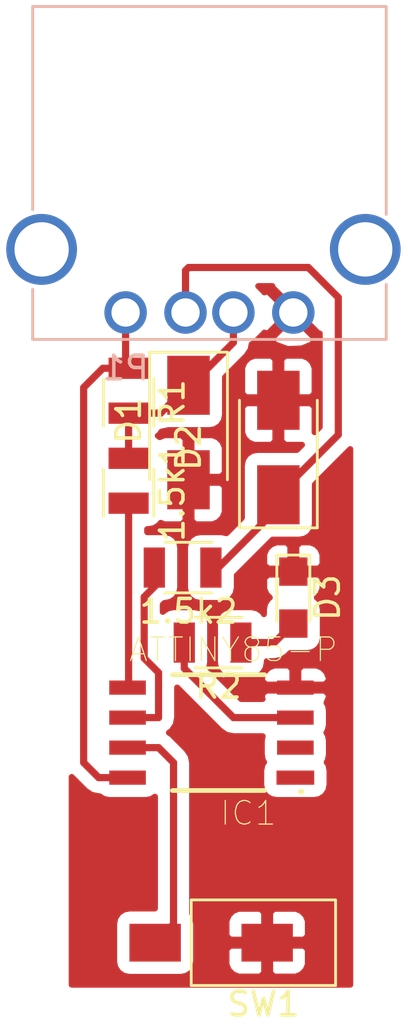
<source format=kicad_pcb>
(kicad_pcb (version 4) (host pcbnew 4.0.5)

  (general
    (links 18)
    (no_connects 1)
    (area 0 0 0 0)
    (thickness 1.6)
    (drawings 0)
    (tracks 48)
    (zones 0)
    (modules 10)
    (nets 13)
  )

  (page A4)
  (layers
    (0 F.Cu signal)
    (31 B.Cu signal)
    (32 B.Adhes user)
    (33 F.Adhes user)
    (34 B.Paste user)
    (35 F.Paste user)
    (36 B.SilkS user)
    (37 F.SilkS user hide)
    (38 B.Mask user)
    (39 F.Mask user)
    (40 Dwgs.User user hide)
    (41 Cmts.User user)
    (42 Eco1.User user)
    (43 Eco2.User user)
    (44 Edge.Cuts user)
    (45 Margin user)
    (46 B.CrtYd user)
    (47 F.CrtYd user)
    (48 B.Fab user)
    (49 F.Fab user)
  )

  (setup
    (last_trace_width 0.3048)
    (user_trace_width 0.3048)
    (user_trace_width 0.4064)
    (user_trace_width 0.508)
    (user_trace_width 0.6096)
    (trace_clearance 0.3556)
    (zone_clearance 0.508)
    (zone_45_only no)
    (trace_min 0.3048)
    (segment_width 0.2)
    (edge_width 0.15)
    (via_size 1.2)
    (via_drill 0.8)
    (via_min_size 1.2)
    (via_min_drill 0.8)
    (uvia_size 5.08)
    (uvia_drill 0.127)
    (uvias_allowed no)
    (uvia_min_size 0.508)
    (uvia_min_drill 0.127)
    (pcb_text_width 0.3)
    (pcb_text_size 1.5 1.5)
    (mod_edge_width 0.15)
    (mod_text_size 1 1)
    (mod_text_width 0.15)
    (pad_size 1.8 1.8)
    (pad_drill 1.2)
    (pad_to_mask_clearance 0.2)
    (aux_axis_origin 0 0)
    (visible_elements FFFFFF7F)
    (pcbplotparams
      (layerselection 0x00030_80000001)
      (usegerberextensions false)
      (excludeedgelayer true)
      (linewidth 0.100000)
      (plotframeref false)
      (viasonmask false)
      (mode 1)
      (useauxorigin false)
      (hpglpennumber 1)
      (hpglpenspeed 20)
      (hpglpendiameter 15)
      (hpglpenoverlay 2)
      (psnegative false)
      (psa4output false)
      (plotreference true)
      (plotvalue true)
      (plotinvisibletext false)
      (padsonsilk false)
      (subtractmaskfromsilk false)
      (outputformat 1)
      (mirror false)
      (drillshape 1)
      (scaleselection 1)
      (outputdirectory ""))
  )

  (net 0 "")
  (net 1 "Net-(1.5k1-Pad2)")
  (net 2 "Net-(1.5k2-Pad2)")
  (net 3 GND)
  (net 4 "Net-(D3-Pad2)")
  (net 5 +5V)
  (net 6 "Net-(P1-Pad5)")
  (net 7 D-)
  (net 8 D+)
  (net 9 B)
  (net 10 "Net-(IC1-Pad1)")
  (net 11 "Net-(IC1-Pad2)")
  (net 12 "Net-(IC1-Pad3)")

  (net_class Default "This is the default net class."
    (clearance 0.3556)
    (trace_width 0.3048)
    (via_dia 1.2)
    (via_drill 0.8)
    (uvia_dia 5.08)
    (uvia_drill 0.127)
    (add_net +5V)
    (add_net B)
    (add_net D+)
    (add_net D-)
    (add_net GND)
    (add_net "Net-(1.5k1-Pad2)")
    (add_net "Net-(1.5k2-Pad2)")
    (add_net "Net-(D3-Pad2)")
    (add_net "Net-(IC1-Pad1)")
    (add_net "Net-(IC1-Pad2)")
    (add_net "Net-(IC1-Pad3)")
    (add_net "Net-(P1-Pad5)")
  )

  (module LEDs:LED_0805 (layer F.Cu) (tedit 58E47659) (tstamp 58E28C9E)
    (at 106.045 64.77 270)
    (descr "LED 0805 smd package")
    (tags "LED led 0805 SMD smd SMT smt smdled SMDLED smtled SMTLED")
    (path /58EA4021)
    (attr smd)
    (fp_text reference D3 (at 0 -1.45 450) (layer F.SilkS)
      (effects (font (size 1 1) (thickness 0.15)))
    )
    (fp_text value LED (at 0 1.55 270) (layer F.Fab)
      (effects (font (size 1 1) (thickness 0.15)))
    )
    (fp_line (start -1.8 -0.7) (end -1.8 0.7) (layer F.SilkS) (width 0.12))
    (fp_line (start -0.4 -0.4) (end -0.4 0.4) (layer F.Fab) (width 0.1))
    (fp_line (start -0.4 0) (end 0.2 -0.4) (layer F.Fab) (width 0.1))
    (fp_line (start 0.2 0.4) (end -0.4 0) (layer F.Fab) (width 0.1))
    (fp_line (start 0.2 -0.4) (end 0.2 0.4) (layer F.Fab) (width 0.1))
    (fp_line (start 1 0.6) (end -1 0.6) (layer F.Fab) (width 0.1))
    (fp_line (start 1 -0.6) (end 1 0.6) (layer F.Fab) (width 0.1))
    (fp_line (start -1 -0.6) (end 1 -0.6) (layer F.Fab) (width 0.1))
    (fp_line (start -1 0.6) (end -1 -0.6) (layer F.Fab) (width 0.1))
    (fp_line (start -1.8 0.7) (end 1 0.7) (layer F.SilkS) (width 0.12))
    (fp_line (start -1.8 -0.7) (end 1 -0.7) (layer F.SilkS) (width 0.12))
    (fp_line (start 1.95 -0.85) (end 1.95 0.85) (layer F.CrtYd) (width 0.05))
    (fp_line (start 1.95 0.85) (end -1.95 0.85) (layer F.CrtYd) (width 0.05))
    (fp_line (start -1.95 0.85) (end -1.95 -0.85) (layer F.CrtYd) (width 0.05))
    (fp_line (start -1.95 -0.85) (end 1.95 -0.85) (layer F.CrtYd) (width 0.05))
    (pad 2 smd rect (at 1.1 0 90) (size 1.2 1.2) (layers F.Cu F.Paste F.Mask)
      (net 4 "Net-(D3-Pad2)"))
    (pad 1 smd rect (at -1.1 0 90) (size 1.2 1.2) (layers F.Cu F.Paste F.Mask)
      (net 3 GND))
    (model LEDs.3dshapes/LED_0805.wrl
      (at (xyz 0 0 0))
      (scale (xyz 1 1 1))
      (rotate (xyz 0 0 180))
    )
  )

  (module Connect:USB_A (layer B.Cu) (tedit 58EFF794) (tstamp 58E28C8B)
    (at 98.933 52.705)
    (descr "USB A connector")
    (tags "USB USB_A")
    (path /58EA41E9)
    (fp_text reference P1 (at 0 2.35) (layer B.SilkS)
      (effects (font (size 1 1) (thickness 0.15)) (justify mirror))
    )
    (fp_text value USB_A (at 3.84 -7.44) (layer B.Fab)
      (effects (font (size 1 1) (thickness 0.15)) (justify mirror))
    )
    (fp_line (start -5.3 -13.2) (end -5.3 1.4) (layer B.CrtYd) (width 0.05))
    (fp_line (start 11.95 1.4) (end 11.95 -13.2) (layer B.CrtYd) (width 0.05))
    (fp_line (start -5.3 -13.2) (end 11.95 -13.2) (layer B.CrtYd) (width 0.05))
    (fp_line (start -5.3 1.4) (end 11.95 1.4) (layer B.CrtYd) (width 0.05))
    (fp_line (start 11.05 1.14) (end 11.05 -1.19) (layer B.SilkS) (width 0.12))
    (fp_line (start -3.94 1.14) (end -3.94 -0.98) (layer B.SilkS) (width 0.12))
    (fp_line (start 11.05 1.14) (end -3.94 1.14) (layer B.SilkS) (width 0.12))
    (fp_line (start 11.05 -12.95) (end -3.94 -12.95) (layer B.SilkS) (width 0.12))
    (fp_line (start 11.05 -4.15) (end 11.05 -12.95) (layer B.SilkS) (width 0.12))
    (fp_line (start -3.94 -4.35) (end -3.94 -12.95) (layer B.SilkS) (width 0.12))
    (pad 4 thru_hole circle (at 7.11 0 90) (size 1.8 1.8) (drill 1.2) (layers *.Cu *.Mask)
      (net 3 GND))
    (pad 3 thru_hole circle (at 4.57 0 90) (size 1.8 1.8) (drill 1.2) (layers *.Cu *.Mask)
      (net 7 D-))
    (pad 2 thru_hole circle (at 2.54 0 90) (size 1.8 1.8) (drill 1.2) (layers *.Cu *.Mask)
      (net 8 D+))
    (pad 1 thru_hole circle (at 0 0 90) (size 1.8 1.8) (drill 1.2) (layers *.Cu *.Mask)
      (net 5 +5V))
    (pad 5 thru_hole circle (at 10.16 -2.67 90) (size 3 3) (drill 2.3) (layers *.Cu *.Mask)
      (net 6 "Net-(P1-Pad5)"))
    (pad 5 thru_hole circle (at -3.56 -2.67 90) (size 3 3) (drill 2.3) (layers *.Cu *.Mask)
      (net 6 "Net-(P1-Pad5)"))
    (model Connectors.3dshapes/USB_A.wrl
      (at (xyz 0.14 0 0))
      (scale (xyz 1 1 1))
      (rotate (xyz 0 0 90))
    )
  )

  (module Buttons_Switches_SMD:SW_SPST_FSMSM (layer F.Cu) (tedit 58E57EFF) (tstamp 58E28C71)
    (at 104.775 79.375 180)
    (descr http://www.te.com/commerce/DocumentDelivery/DDEController?Action=srchrtrv&DocNm=1437566-3&DocType=Customer+Drawing&DocLang=English)
    (tags "SPST button tactile switch")
    (path /58D81312)
    (attr smd)
    (fp_text reference SW1 (at 0 -2.6 180) (layer F.SilkS)
      (effects (font (size 1 1) (thickness 0.15)))
    )
    (fp_text value SW_PUSH (at 0 3 180) (layer F.Fab)
      (effects (font (size 1 1) (thickness 0.15)))
    )
    (fp_text user %R (at 0 -2.6 180) (layer F.Fab)
      (effects (font (size 1 1) (thickness 0.15)))
    )
    (fp_line (start -1.75 -1) (end 1.75 -1) (layer F.Fab) (width 0.1))
    (fp_line (start 1.75 -1) (end 1.75 1) (layer F.Fab) (width 0.1))
    (fp_line (start 1.75 1) (end -1.75 1) (layer F.Fab) (width 0.1))
    (fp_line (start -1.75 1) (end -1.75 -1) (layer F.Fab) (width 0.1))
    (fp_line (start -3.06 -1.81) (end 3.06 -1.81) (layer F.SilkS) (width 0.12))
    (fp_line (start 3.06 -1.81) (end 3.06 1.81) (layer F.SilkS) (width 0.12))
    (fp_line (start 3.06 1.81) (end -3.06 1.81) (layer F.SilkS) (width 0.12))
    (fp_line (start -3.06 1.81) (end -3.06 -1.81) (layer F.SilkS) (width 0.12))
    (fp_line (start -1.5 0.8) (end 1.5 0.8) (layer F.Fab) (width 0.1))
    (fp_line (start -1.5 -0.8) (end 1.5 -0.8) (layer F.Fab) (width 0.1))
    (fp_line (start 1.5 -0.8) (end 1.5 0.8) (layer F.Fab) (width 0.1))
    (fp_line (start -1.5 -0.8) (end -1.5 0.8) (layer F.Fab) (width 0.1))
    (fp_line (start -5.95 2) (end 5.95 2) (layer F.CrtYd) (width 0.05))
    (fp_line (start 5.95 -2) (end 5.95 2) (layer F.CrtYd) (width 0.05))
    (fp_line (start -3 1.75) (end 3 1.75) (layer F.Fab) (width 0.1))
    (fp_line (start -3 -1.75) (end 3 -1.75) (layer F.Fab) (width 0.1))
    (fp_line (start -3 -1.75) (end -3 1.75) (layer F.Fab) (width 0.1))
    (fp_line (start 3 -1.75) (end 3 1.75) (layer F.Fab) (width 0.1))
    (fp_line (start -5.95 -2) (end -5.95 2) (layer F.CrtYd) (width 0.05))
    (fp_line (start -5.95 -2) (end 5.95 -2) (layer F.CrtYd) (width 0.05))
    (pad 1 smd rect (at -0.16 0 180) (size 2.18 1.6) (layers F.Cu F.Paste F.Mask)
      (net 3 GND))
    (pad 2 smd rect (at 4.59 0 180) (size 2.18 1.6) (layers F.Cu F.Paste F.Mask)
      (net 9 B))
    (model Buttons_Switches_SMD.3dshapes/SW_SPST_FSMSM.wrl
      (at (xyz 0 0 0))
      (scale (xyz 1 1 1))
      (rotate (xyz 0 0 0))
    )
  )

  (module Resistors_SMD:R_1206 (layer F.Cu) (tedit 58E58118) (tstamp 58E28C61)
    (at 99.06 60.325 270)
    (descr "Resistor SMD 1206, reflow soldering, Vishay (see dcrcw.pdf)")
    (tags "resistor 1206")
    (path /58D80594)
    (attr smd)
    (fp_text reference 1.5k1 (at 0 -1.85 270) (layer F.SilkS)
      (effects (font (size 1 1) (thickness 0.15)))
    )
    (fp_text value R (at 0 1.95 270) (layer F.Fab)
      (effects (font (size 1 1) (thickness 0.15)))
    )
    (fp_text user %R (at 0 -1.85 270) (layer F.Fab)
      (effects (font (size 1 1) (thickness 0.15)))
    )
    (fp_line (start -1.6 0.8) (end -1.6 -0.8) (layer F.Fab) (width 0.1))
    (fp_line (start 1.6 0.8) (end -1.6 0.8) (layer F.Fab) (width 0.1))
    (fp_line (start 1.6 -0.8) (end 1.6 0.8) (layer F.Fab) (width 0.1))
    (fp_line (start -1.6 -0.8) (end 1.6 -0.8) (layer F.Fab) (width 0.1))
    (fp_line (start 1 1.07) (end -1 1.07) (layer F.SilkS) (width 0.12))
    (fp_line (start -1 -1.07) (end 1 -1.07) (layer F.SilkS) (width 0.12))
    (fp_line (start -2.15 -1.11) (end 2.15 -1.11) (layer F.CrtYd) (width 0.05))
    (fp_line (start -2.15 -1.11) (end -2.15 1.1) (layer F.CrtYd) (width 0.05))
    (fp_line (start 2.15 1.1) (end 2.15 -1.11) (layer F.CrtYd) (width 0.05))
    (fp_line (start 2.15 1.1) (end -2.15 1.1) (layer F.CrtYd) (width 0.05))
    (pad 1 smd rect (at -1.45 0 270) (size 0.9 1.7) (layers F.Cu F.Paste F.Mask)
      (net 7 D-))
    (pad 2 smd rect (at 0.45 0 270) (size 0.9 1.7) (layers F.Cu F.Paste F.Mask)
      (net 1 "Net-(1.5k1-Pad2)"))
    (model Resistors_SMD.3dshapes/R_1206.wrl
      (at (xyz 0 0 0))
      (scale (xyz 1 1 1))
      (rotate (xyz 0 0 0))
    )
  )

  (module Resistors_SMD:R_1206 (layer F.Cu) (tedit 58E58204) (tstamp 58E28C51)
    (at 101.6 63.5 180)
    (descr "Resistor SMD 1206, reflow soldering, Vishay (see dcrcw.pdf)")
    (tags "resistor 1206")
    (path /58D821C9)
    (attr smd)
    (fp_text reference 1.5k2 (at 0 -1.85 180) (layer F.SilkS)
      (effects (font (size 1 1) (thickness 0.15)))
    )
    (fp_text value R (at 0 1.95 180) (layer F.Fab)
      (effects (font (size 1 1) (thickness 0.15)))
    )
    (fp_text user %R (at 0 -1.85 180) (layer F.Fab)
      (effects (font (size 1 1) (thickness 0.15)))
    )
    (fp_line (start -1.6 0.8) (end -1.6 -0.8) (layer F.Fab) (width 0.1))
    (fp_line (start 1.6 0.8) (end -1.6 0.8) (layer F.Fab) (width 0.1))
    (fp_line (start 1.6 -0.8) (end 1.6 0.8) (layer F.Fab) (width 0.1))
    (fp_line (start -1.6 -0.8) (end 1.6 -0.8) (layer F.Fab) (width 0.1))
    (fp_line (start 1 1.07) (end -1 1.07) (layer F.SilkS) (width 0.12))
    (fp_line (start -1 -1.07) (end 1 -1.07) (layer F.SilkS) (width 0.12))
    (fp_line (start -2.15 -1.11) (end 2.15 -1.11) (layer F.CrtYd) (width 0.05))
    (fp_line (start -2.15 -1.11) (end -2.15 1.1) (layer F.CrtYd) (width 0.05))
    (fp_line (start 2.15 1.1) (end 2.15 -1.11) (layer F.CrtYd) (width 0.05))
    (fp_line (start 2.15 1.1) (end -2.15 1.1) (layer F.CrtYd) (width 0.05))
    (pad 1 smd rect (at -0.95 0 180) (size 0.9 1.7) (layers F.Cu F.Paste F.Mask)
      (net 8 D+))
    (pad 2 smd rect (at 1.45 0 180) (size 0.9 1.7) (layers F.Cu F.Paste F.Mask)
      (net 2 "Net-(1.5k2-Pad2)"))
    (model Resistors_SMD.3dshapes/R_1206.wrl
      (at (xyz 0 0 0))
      (scale (xyz 1 1 1))
      (rotate (xyz 0 0 0))
    )
  )

  (module Diodes_SMD:D_SMA_Standard (layer F.Cu) (tedit 58E57B53) (tstamp 58E28C3B)
    (at 101.6 57.785 270)
    (descr "Diode SMA")
    (tags "Diode SMA")
    (path /58D80332)
    (attr smd)
    (fp_text reference D1 (at -0.508 2.54 270) (layer F.SilkS)
      (effects (font (size 1 1) (thickness 0.15)))
    )
    (fp_text value D (at 0 4.3 270) (layer F.Fab)
      (effects (font (size 1 1) (thickness 0.15)))
    )
    (fp_line (start -3.4 -1.65) (end -3.4 1.65) (layer F.SilkS) (width 0.12))
    (fp_line (start 2.3 1.5) (end -2.3 1.5) (layer F.Fab) (width 0.1))
    (fp_line (start -2.3 1.5) (end -2.3 -1.5) (layer F.Fab) (width 0.1))
    (fp_line (start 2.3 -1.5) (end 2.3 1.5) (layer F.Fab) (width 0.1))
    (fp_line (start 2.3 -1.5) (end -2.3 -1.5) (layer F.Fab) (width 0.1))
    (fp_line (start -3.5 -1.75) (end 3.5 -1.75) (layer F.CrtYd) (width 0.05))
    (fp_line (start 3.5 -1.75) (end 3.5 1.75) (layer F.CrtYd) (width 0.05))
    (fp_line (start 3.5 1.75) (end -3.5 1.75) (layer F.CrtYd) (width 0.05))
    (fp_line (start -3.5 1.75) (end -3.5 -1.75) (layer F.CrtYd) (width 0.05))
    (fp_line (start -0.64944 0.00102) (end -1.55114 0.00102) (layer F.Fab) (width 0.1))
    (fp_line (start 0.50118 0.00102) (end 1.4994 0.00102) (layer F.Fab) (width 0.1))
    (fp_line (start -0.64944 -0.79908) (end -0.64944 0.80112) (layer F.Fab) (width 0.1))
    (fp_line (start 0.50118 0.75032) (end 0.50118 -0.79908) (layer F.Fab) (width 0.1))
    (fp_line (start -0.64944 0.00102) (end 0.50118 0.75032) (layer F.Fab) (width 0.1))
    (fp_line (start -0.64944 0.00102) (end 0.50118 -0.79908) (layer F.Fab) (width 0.1))
    (fp_line (start -3.4 1.65) (end 2 1.65) (layer F.SilkS) (width 0.12))
    (fp_line (start -3.4 -1.65) (end 2 -1.65) (layer F.SilkS) (width 0.12))
    (pad 1 smd rect (at -2 0 270) (size 2.5 1.8) (layers F.Cu F.Paste F.Mask)
      (net 7 D-))
    (pad 2 smd rect (at 2 0 270) (size 2.5 1.8) (layers F.Cu F.Paste F.Mask)
      (net 3 GND))
    (model Diodes_SMD.3dshapes/D_SMA_Standard.wrl
      (at (xyz 0 0 0))
      (scale (xyz 1 1 1))
      (rotate (xyz 0 0 0))
    )
  )

  (module Diodes_SMD:D_SMA_Standard (layer F.Cu) (tedit 586432E5) (tstamp 58E28C25)
    (at 105.41 58.42 90)
    (descr "Diode SMA")
    (tags "Diode SMA")
    (path /58D81ACC)
    (attr smd)
    (fp_text reference D2 (at 0 -3.81 90) (layer F.SilkS)
      (effects (font (size 1 1) (thickness 0.15)))
    )
    (fp_text value D (at 0 4.3 90) (layer F.Fab)
      (effects (font (size 1 1) (thickness 0.15)))
    )
    (fp_line (start -3.4 -1.65) (end -3.4 1.65) (layer F.SilkS) (width 0.12))
    (fp_line (start 2.3 1.5) (end -2.3 1.5) (layer F.Fab) (width 0.1))
    (fp_line (start -2.3 1.5) (end -2.3 -1.5) (layer F.Fab) (width 0.1))
    (fp_line (start 2.3 -1.5) (end 2.3 1.5) (layer F.Fab) (width 0.1))
    (fp_line (start 2.3 -1.5) (end -2.3 -1.5) (layer F.Fab) (width 0.1))
    (fp_line (start -3.5 -1.75) (end 3.5 -1.75) (layer F.CrtYd) (width 0.05))
    (fp_line (start 3.5 -1.75) (end 3.5 1.75) (layer F.CrtYd) (width 0.05))
    (fp_line (start 3.5 1.75) (end -3.5 1.75) (layer F.CrtYd) (width 0.05))
    (fp_line (start -3.5 1.75) (end -3.5 -1.75) (layer F.CrtYd) (width 0.05))
    (fp_line (start -0.64944 0.00102) (end -1.55114 0.00102) (layer F.Fab) (width 0.1))
    (fp_line (start 0.50118 0.00102) (end 1.4994 0.00102) (layer F.Fab) (width 0.1))
    (fp_line (start -0.64944 -0.79908) (end -0.64944 0.80112) (layer F.Fab) (width 0.1))
    (fp_line (start 0.50118 0.75032) (end 0.50118 -0.79908) (layer F.Fab) (width 0.1))
    (fp_line (start -0.64944 0.00102) (end 0.50118 0.75032) (layer F.Fab) (width 0.1))
    (fp_line (start -0.64944 0.00102) (end 0.50118 -0.79908) (layer F.Fab) (width 0.1))
    (fp_line (start -3.4 1.65) (end 2 1.65) (layer F.SilkS) (width 0.12))
    (fp_line (start -3.4 -1.65) (end 2 -1.65) (layer F.SilkS) (width 0.12))
    (pad 1 smd rect (at -2 0 90) (size 2.5 1.8) (layers F.Cu F.Paste F.Mask)
      (net 8 D+))
    (pad 2 smd rect (at 2 0 90) (size 2.5 1.8) (layers F.Cu F.Paste F.Mask)
      (net 3 GND))
    (model Diodes_SMD.3dshapes/D_SMA_Standard.wrl
      (at (xyz 0 0 0))
      (scale (xyz 1 1 1))
      (rotate (xyz 0 0 0))
    )
  )

  (module SOIC127P600X175-8N:SOIC127P600X175-8N (layer F.Cu) (tedit 58E57B9E) (tstamp 58E28C08)
    (at 102.87 70.485 180)
    (path /58D8025F)
    (solder_mask_margin 0.1)
    (attr smd)
    (fp_text reference IC1 (at -1.265 -3.41 180) (layer F.SilkS)
      (effects (font (size 1 1) (thickness 0.05)))
    )
    (fp_text value ATTINY85-P (at -0.63 3.51 180) (layer F.SilkS)
      (effects (font (size 1 1) (thickness 0.05)))
    )
    (fp_line (start -1.95 2.45) (end -1.95 -2.45) (layer Dwgs.User) (width 0.2))
    (fp_line (start 1.95 -2.45) (end 1.95 2.45) (layer Dwgs.User) (width 0.2))
    (fp_line (start -1.4 2.45) (end -1.4 -2.45) (layer Dwgs.User) (width 0.2))
    (fp_poly (pts (xy -2 -2.1501) (xy -2 -1.6599) (xy -3.1001 -1.6599) (xy -3.1001 -2.1501)) (layer Dwgs.User) (width 0.381))
    (fp_poly (pts (xy -2 -0.8801) (xy -2 -0.3899) (xy -3.1001 -0.3899) (xy -3.1001 -0.8801)) (layer Dwgs.User) (width 0.381))
    (fp_poly (pts (xy -2 0.3899) (xy -2 0.8801) (xy -3.1001 0.8801) (xy -3.1001 0.3899)) (layer Dwgs.User) (width 0.381))
    (fp_poly (pts (xy -2 1.6599) (xy -2 2.1501) (xy -3.1001 2.1501) (xy -3.1001 1.6599)) (layer Dwgs.User) (width 0.381))
    (fp_poly (pts (xy 3.1001 1.6599) (xy 3.1001 2.1501) (xy 2 2.1501) (xy 2 1.6599)) (layer Dwgs.User) (width 0.381))
    (fp_poly (pts (xy 3.1001 0.3899) (xy 3.1001 0.8801) (xy 2 0.8801) (xy 2 0.3899)) (layer Dwgs.User) (width 0.381))
    (fp_poly (pts (xy 3.1001 -0.8801) (xy 3.1001 -0.3899) (xy 2 -0.3899) (xy 2 -0.8801)) (layer Dwgs.User) (width 0.381))
    (fp_poly (pts (xy 3.1001 -2.1501) (xy 3.1001 -1.6599) (xy 2 -1.6599) (xy 2 -2.1501)) (layer Dwgs.User) (width 0.381))
    (fp_line (start -1.95 -2.45) (end 1.95 -2.45) (layer F.SilkS) (width 0.2))
    (fp_line (start -1.95 2.45) (end 1.95 2.45) (layer F.SilkS) (width 0.2))
    (fp_line (start -3.75 -2.75) (end 3.75 -2.75) (layer Dwgs.User) (width 0.05))
    (fp_line (start 3.75 -2.75) (end 3.75 2.75) (layer Dwgs.User) (width 0.05))
    (fp_line (start 3.75 2.75) (end -3.75 2.75) (layer Dwgs.User) (width 0.05))
    (fp_line (start -3.75 2.75) (end -3.75 -2.75) (layer Dwgs.User) (width 0.05))
    (fp_circle (center -3.5 -2.5) (end -3.373 -2.5) (layer F.SilkS) (width 0))
    (pad 2 smd rect (at -3.26 -0.635 90) (size 0.6 1.55) (layers F.Cu F.Paste F.Mask)
      (net 11 "Net-(IC1-Pad2)") (solder_mask_margin 0.2))
    (pad 7 smd rect (at 3.854 -0.635 90) (size 0.6 1.55) (layers F.Cu F.Paste F.Mask)
      (net 9 B) (solder_mask_margin 0.2))
    (pad 1 smd rect (at -3.26 -1.905 90) (size 0.6 1.6) (layers F.Cu F.Paste F.Mask)
      (net 10 "Net-(IC1-Pad1)") (solder_mask_margin 0.2))
    (pad 3 smd rect (at -3.26 0.635 90) (size 0.6 1.55) (layers F.Cu F.Paste F.Mask)
      (net 12 "Net-(IC1-Pad3)") (solder_mask_margin 0.2))
    (pad 4 smd rect (at -3.26 1.905 90) (size 0.6 1.55) (layers F.Cu F.Paste F.Mask)
      (net 3 GND) (solder_mask_margin 0.2))
    (pad 8 smd rect (at 3.854 -1.905 90) (size 0.6 1.55) (layers F.Cu F.Paste F.Mask)
      (net 5 +5V) (solder_mask_margin 0.2))
    (pad 6 smd rect (at 3.854 0.635 90) (size 0.6 1.55) (layers F.Cu F.Paste F.Mask)
      (net 2 "Net-(1.5k2-Pad2)") (solder_mask_margin 0.2))
    (pad 5 smd rect (at 3.854 1.905 90) (size 0.6 1.55) (layers F.Cu F.Paste F.Mask)
      (net 1 "Net-(1.5k1-Pad2)") (solder_mask_margin 0.2))
  )

  (module Resistors_SMD:R_1206 (layer F.Cu) (tedit 58E58109) (tstamp 58E28BF8)
    (at 99.06 56.515 270)
    (descr "Resistor SMD 1206, reflow soldering, Vishay (see dcrcw.pdf)")
    (tags "resistor 1206")
    (path /58D8152B)
    (attr smd)
    (fp_text reference R1 (at 0 -1.85 270) (layer F.SilkS)
      (effects (font (size 1 1) (thickness 0.15)))
    )
    (fp_text value R (at 0 1.95 270) (layer F.Fab)
      (effects (font (size 1 1) (thickness 0.15)))
    )
    (fp_text user %R (at 0 -1.85 270) (layer F.Fab)
      (effects (font (size 1 1) (thickness 0.15)))
    )
    (fp_line (start -1.6 0.8) (end -1.6 -0.8) (layer F.Fab) (width 0.1))
    (fp_line (start 1.6 0.8) (end -1.6 0.8) (layer F.Fab) (width 0.1))
    (fp_line (start 1.6 -0.8) (end 1.6 0.8) (layer F.Fab) (width 0.1))
    (fp_line (start -1.6 -0.8) (end 1.6 -0.8) (layer F.Fab) (width 0.1))
    (fp_line (start 1 1.07) (end -1 1.07) (layer F.SilkS) (width 0.12))
    (fp_line (start -1 -1.07) (end 1 -1.07) (layer F.SilkS) (width 0.12))
    (fp_line (start -2.15 -1.11) (end 2.15 -1.11) (layer F.CrtYd) (width 0.05))
    (fp_line (start -2.15 -1.11) (end -2.15 1.1) (layer F.CrtYd) (width 0.05))
    (fp_line (start 2.15 1.1) (end 2.15 -1.11) (layer F.CrtYd) (width 0.05))
    (fp_line (start 2.15 1.1) (end -2.15 1.1) (layer F.CrtYd) (width 0.05))
    (pad 1 smd rect (at -1.45 0 270) (size 0.9 1.7) (layers F.Cu F.Paste F.Mask)
      (net 5 +5V))
    (pad 2 smd rect (at 0.45 0 270) (size 0.9 1.7) (layers F.Cu F.Paste F.Mask)
      (net 7 D-))
    (model Resistors_SMD.3dshapes/R_1206.wrl
      (at (xyz 0 0 0))
      (scale (xyz 1 1 1))
      (rotate (xyz 0 0 0))
    )
  )

  (module Resistors_SMD:R_1206 (layer F.Cu) (tedit 58E581E1) (tstamp 58E28BE8)
    (at 102.87 66.675 180)
    (descr "Resistor SMD 1206, reflow soldering, Vishay (see dcrcw.pdf)")
    (tags "resistor 1206")
    (path /58D80E01)
    (attr smd)
    (fp_text reference R2 (at 0 -1.85 180) (layer F.SilkS)
      (effects (font (size 1 1) (thickness 0.15)))
    )
    (fp_text value R (at 0 1.95 180) (layer F.Fab)
      (effects (font (size 1 1) (thickness 0.15)))
    )
    (fp_text user %R (at 0 -1.85 180) (layer F.Fab)
      (effects (font (size 1 1) (thickness 0.15)))
    )
    (fp_line (start -1.6 0.8) (end -1.6 -0.8) (layer F.Fab) (width 0.1))
    (fp_line (start 1.6 0.8) (end -1.6 0.8) (layer F.Fab) (width 0.1))
    (fp_line (start 1.6 -0.8) (end 1.6 0.8) (layer F.Fab) (width 0.1))
    (fp_line (start -1.6 -0.8) (end 1.6 -0.8) (layer F.Fab) (width 0.1))
    (fp_line (start 1 1.07) (end -1 1.07) (layer F.SilkS) (width 0.12))
    (fp_line (start -1 -1.07) (end 1 -1.07) (layer F.SilkS) (width 0.12))
    (fp_line (start -2.15 -1.11) (end 2.15 -1.11) (layer F.CrtYd) (width 0.05))
    (fp_line (start -2.15 -1.11) (end -2.15 1.1) (layer F.CrtYd) (width 0.05))
    (fp_line (start 2.15 1.1) (end 2.15 -1.11) (layer F.CrtYd) (width 0.05))
    (fp_line (start 2.15 1.1) (end -2.15 1.1) (layer F.CrtYd) (width 0.05))
    (pad 1 smd rect (at -0.95 0 180) (size 0.9 1.7) (layers F.Cu F.Paste F.Mask)
      (net 4 "Net-(D3-Pad2)"))
    (pad 2 smd rect (at 1.45 0 180) (size 0.9 1.7) (layers F.Cu F.Paste F.Mask)
      (net 12 "Net-(IC1-Pad3)"))
    (model Resistors_SMD.3dshapes/R_1206.wrl
      (at (xyz 0 0 0))
      (scale (xyz 1 1 1))
      (rotate (xyz 0 0 0))
    )
  )

  (segment (start 99.06 60.775) (end 99.06 68.536) (width 0.3048) (layer F.Cu) (net 1))
  (segment (start 99.06 68.536) (end 99.016 68.58) (width 0.3048) (layer F.Cu) (net 1) (tstamp 58ED55E1))
  (segment (start 100.33 69.85) (end 100.33 67.945) (width 0.3048) (layer F.Cu) (net 2))
  (segment (start 99.016 69.85) (end 100.33 69.85) (width 0.3048) (layer F.Cu) (net 2))
  (segment (start 99.720402 64.744598) (end 100.33 64.135) (width 0.3048) (layer F.Cu) (net 2) (tstamp 58ED5E66))
  (segment (start 99.720402 67.335402) (end 99.720402 64.744598) (width 0.3048) (layer F.Cu) (net 2) (tstamp 58ED5E51))
  (segment (start 100.33 67.945) (end 99.720402 67.335402) (width 0.3048) (layer F.Cu) (net 2) (tstamp 58ED5E4F))
  (segment (start 100.33 64.135) (end 100.15 63.5) (width 0.3048) (layer F.Cu) (net 2) (tstamp 58ED5E6C))
  (segment (start 100.33 63.68) (end 100.15 63.5) (width 0.3048) (layer F.Cu) (net 2) (tstamp 58ED579D))
  (segment (start 101.6 59.785) (end 101.6 59.595) (width 0.3048) (layer F.Cu) (net 3))
  (segment (start 103.82 66.675) (end 105.24 66.675) (width 0.3048) (layer F.Cu) (net 4))
  (segment (start 105.24 66.675) (end 106.045 65.87) (width 0.3048) (layer F.Cu) (net 4) (tstamp 58F7C089))
  (segment (start 98.933 52.705) (end 98.933 54.938) (width 0.3048) (layer F.Cu) (net 5))
  (segment (start 98.933 54.938) (end 99.06 55.065) (width 0.3048) (layer F.Cu) (net 5) (tstamp 58EFF808))
  (segment (start 99.016 72.39) (end 97.79 72.39) (width 0.3048) (layer F.Cu) (net 5))
  (segment (start 97.97 55.065) (end 99.06 55.065) (width 0.3048) (layer F.Cu) (net 5) (tstamp 58ED5636))
  (segment (start 97.155 55.88) (end 97.97 55.065) (width 0.3048) (layer F.Cu) (net 5) (tstamp 58ED5635))
  (segment (start 97.155 71.755) (end 97.155 55.88) (width 0.3048) (layer F.Cu) (net 5) (tstamp 58ED5634))
  (segment (start 97.79 72.39) (end 97.155 71.755) (width 0.3048) (layer F.Cu) (net 5) (tstamp 58ED5633))
  (segment (start 101.6 55.785) (end 101.695 55.785) (width 0.3048) (layer F.Cu) (net 7))
  (segment (start 101.695 55.785) (end 103.503 53.977) (width 0.3048) (layer F.Cu) (net 7) (tstamp 58EFF80C))
  (segment (start 103.503 53.977) (end 103.503 52.705) (width 0.3048) (layer F.Cu) (net 7) (tstamp 58EFF80D))
  (segment (start 99.06 56.965) (end 99.06 58.875) (width 0.3048) (layer F.Cu) (net 7))
  (segment (start 99.06 56.965) (end 100.42 56.965) (width 0.3048) (layer F.Cu) (net 7))
  (segment (start 100.42 56.965) (end 101.6 55.785) (width 0.3048) (layer F.Cu) (net 7) (tstamp 58ED55B6))
  (segment (start 103.503 52.707) (end 103.503 52.705) (width 0.3048) (layer F.Cu) (net 7) (tstamp 58EC0A03))
  (segment (start 103.503 52.705) (end 103.505 52.705) (width 0.3048) (layer F.Cu) (net 7))
  (segment (start 102.55 63.5) (end 102.87 63.5) (width 0.3048) (layer F.Cu) (net 8))
  (segment (start 102.87 63.5) (end 104.775 61.595) (width 0.3048) (layer F.Cu) (net 8) (tstamp 58F7C054))
  (segment (start 104.775 61.595) (end 105.41 60.42) (width 0.3048) (layer F.Cu) (net 8) (tstamp 58F7C056))
  (segment (start 107.95 57.15) (end 107.95 57.88) (width 0.3048) (layer F.Cu) (net 8))
  (segment (start 107.95 57.88) (end 105.41 60.42) (width 0.3048) (layer F.Cu) (net 8) (tstamp 58F7C051))
  (segment (start 107.95 52.07) (end 107.95 57.15) (width 0.3048) (layer F.Cu) (net 8) (tstamp 58EFF815))
  (segment (start 107.95 57.15) (end 107.95 57.245) (width 0.3048) (layer F.Cu) (net 8) (tstamp 58F7C04F))
  (segment (start 106.68 50.8) (end 107.95 52.07) (width 0.3048) (layer F.Cu) (net 8) (tstamp 58EFF813))
  (segment (start 101.6 50.8) (end 106.68 50.8) (width 0.3048) (layer F.Cu) (net 8) (tstamp 58EFF812))
  (segment (start 101.473 50.927) (end 101.6 50.8) (width 0.3048) (layer F.Cu) (net 8) (tstamp 58EFF811))
  (segment (start 101.473 52.705) (end 101.473 50.927) (width 0.3048) (layer F.Cu) (net 8))
  (segment (start 102.55 63.5) (end 102.55 63.185) (width 0.3048) (layer F.Cu) (net 8))
  (segment (start 100.965 78.595) (end 100.965 77.325) (width 0.3048) (layer F.Cu) (net 9))
  (segment (start 100.33 71.12) (end 100.965 71.755) (width 0.3048) (layer F.Cu) (net 9) (tstamp 58ED5628))
  (segment (start 100.965 71.755) (end 100.965 77.325) (width 0.3048) (layer F.Cu) (net 9) (tstamp 58ED5629))
  (segment (start 100.33 71.12) (end 99.016 71.12) (width 0.3048) (layer F.Cu) (net 9))
  (segment (start 100.965 78.595) (end 100.185 79.375) (width 0.3048) (layer F.Cu) (net 9) (tstamp 58ED5B95))
  (segment (start 104.14 69.85) (end 103.505 69.85) (width 0.3048) (layer F.Cu) (net 12))
  (segment (start 106.13 69.85) (end 104.14 69.85) (width 0.3048) (layer F.Cu) (net 12))
  (segment (start 101.42 67.765) (end 101.42 66.675) (width 0.3048) (layer F.Cu) (net 12) (tstamp 58ED574E))
  (segment (start 103.505 69.85) (end 101.42 67.765) (width 0.3048) (layer F.Cu) (net 12) (tstamp 58ED5749))

  (zone (net 3) (net_name GND) (layer F.Cu) (tstamp 58EFF82E) (hatch edge 0.508)
    (connect_pads (clearance 0.508))
    (min_thickness 0.254)
    (fill yes (arc_segments 16) (thermal_gap 0.508) (thermal_bridge_width 0.508))
    (polygon
      (pts
        (xy 108.585 81.28) (xy 96.52 81.28) (xy 96.52 49.53) (xy 108.585 49.53)
      )
    )
    (filled_polygon
      (pts
        (xy 105.142446 51.624841) (xy 106.043 52.525395) (xy 106.057143 52.511253) (xy 106.236748 52.690858) (xy 106.222605 52.705)
        (xy 107.123159 53.605554) (xy 107.1626 53.592267) (xy 107.1626 57.553848) (xy 106.945 57.771448) (xy 106.945 56.70575)
        (xy 106.78625 56.547) (xy 105.537 56.547) (xy 105.537 58.14625) (xy 105.69575 58.305) (xy 106.411448 58.305)
        (xy 106.193888 58.52256) (xy 104.51 58.52256) (xy 104.274683 58.566838) (xy 104.058559 58.70591) (xy 103.913569 58.91811)
        (xy 103.86256 59.17) (xy 103.86256 61.393888) (xy 103.211133 62.045315) (xy 103 62.00256) (xy 102.1 62.00256)
        (xy 101.864683 62.046838) (xy 101.648559 62.18591) (xy 101.503569 62.39811) (xy 101.45256 62.65) (xy 101.45256 64.35)
        (xy 101.496838 64.585317) (xy 101.63591 64.801441) (xy 101.84811 64.946431) (xy 102.1 64.99744) (xy 103 64.99744)
        (xy 103.235317 64.953162) (xy 103.451441 64.81409) (xy 103.596431 64.60189) (xy 103.64744 64.35) (xy 103.64744 63.836112)
        (xy 104.539861 62.943691) (xy 104.81 62.943691) (xy 104.81 63.38425) (xy 104.96875 63.543) (xy 105.918 63.543)
        (xy 105.918 62.59375) (xy 106.172 62.59375) (xy 106.172 63.543) (xy 107.12125 63.543) (xy 107.28 63.38425)
        (xy 107.28 62.943691) (xy 107.183327 62.710302) (xy 107.004699 62.531673) (xy 106.77131 62.435) (xy 106.33075 62.435)
        (xy 106.172 62.59375) (xy 105.918 62.59375) (xy 105.75925 62.435) (xy 105.31869 62.435) (xy 105.085301 62.531673)
        (xy 104.906673 62.710302) (xy 104.81 62.943691) (xy 104.539861 62.943691) (xy 105.166112 62.31744) (xy 106.31 62.31744)
        (xy 106.545317 62.273162) (xy 106.761441 62.13409) (xy 106.906431 61.92189) (xy 106.95744 61.67) (xy 106.95744 59.986112)
        (xy 108.458 58.485552) (xy 108.458 81.153) (xy 96.647 81.153) (xy 96.647 72.360552) (xy 97.233224 72.946776)
        (xy 97.488675 73.117463) (xy 97.79 73.1774) (xy 97.829538 73.1774) (xy 97.98911 73.286431) (xy 98.241 73.33744)
        (xy 99.791 73.33744) (xy 100.026317 73.293162) (xy 100.1776 73.195814) (xy 100.1776 77.92756) (xy 99.095 77.92756)
        (xy 98.859683 77.971838) (xy 98.643559 78.11091) (xy 98.498569 78.32311) (xy 98.44756 78.575) (xy 98.44756 80.175)
        (xy 98.491838 80.410317) (xy 98.63091 80.626441) (xy 98.84311 80.771431) (xy 99.095 80.82244) (xy 101.275 80.82244)
        (xy 101.510317 80.778162) (xy 101.726441 80.63909) (xy 101.871431 80.42689) (xy 101.92244 80.175) (xy 101.92244 79.66075)
        (xy 103.21 79.66075) (xy 103.21 80.30131) (xy 103.306673 80.534699) (xy 103.485302 80.713327) (xy 103.718691 80.81)
        (xy 104.64925 80.81) (xy 104.808 80.65125) (xy 104.808 79.502) (xy 105.062 79.502) (xy 105.062 80.65125)
        (xy 105.22075 80.81) (xy 106.151309 80.81) (xy 106.384698 80.713327) (xy 106.563327 80.534699) (xy 106.66 80.30131)
        (xy 106.66 79.66075) (xy 106.50125 79.502) (xy 105.062 79.502) (xy 104.808 79.502) (xy 103.36875 79.502)
        (xy 103.21 79.66075) (xy 101.92244 79.66075) (xy 101.92244 78.575) (xy 101.898674 78.44869) (xy 103.21 78.44869)
        (xy 103.21 79.08925) (xy 103.36875 79.248) (xy 104.808 79.248) (xy 104.808 78.09875) (xy 105.062 78.09875)
        (xy 105.062 79.248) (xy 106.50125 79.248) (xy 106.66 79.08925) (xy 106.66 78.44869) (xy 106.563327 78.215301)
        (xy 106.384698 78.036673) (xy 106.151309 77.94) (xy 105.22075 77.94) (xy 105.062 78.09875) (xy 104.808 78.09875)
        (xy 104.64925 77.94) (xy 103.718691 77.94) (xy 103.485302 78.036673) (xy 103.306673 78.215301) (xy 103.21 78.44869)
        (xy 101.898674 78.44869) (xy 101.878162 78.339683) (xy 101.7524 78.144243) (xy 101.7524 71.755) (xy 101.692463 71.453675)
        (xy 101.521776 71.198224) (xy 100.886776 70.563224) (xy 100.769706 70.485) (xy 100.886776 70.406776) (xy 101.057463 70.151325)
        (xy 101.1174 69.85) (xy 101.1174 68.575952) (xy 102.948224 70.406776) (xy 103.203675 70.577463) (xy 103.505 70.6374)
        (xy 104.744537 70.6374) (xy 104.70756 70.82) (xy 104.70756 71.42) (xy 104.751838 71.655317) (xy 104.803553 71.735685)
        (xy 104.733569 71.83811) (xy 104.68256 72.09) (xy 104.68256 72.69) (xy 104.726838 72.925317) (xy 104.86591 73.141441)
        (xy 105.07811 73.286431) (xy 105.33 73.33744) (xy 106.93 73.33744) (xy 107.165317 73.293162) (xy 107.381441 73.15409)
        (xy 107.526431 72.94189) (xy 107.57744 72.69) (xy 107.57744 72.09) (xy 107.533162 71.854683) (xy 107.457197 71.736629)
        (xy 107.501431 71.67189) (xy 107.55244 71.42) (xy 107.55244 70.82) (xy 107.508162 70.584683) (xy 107.444322 70.485472)
        (xy 107.501431 70.40189) (xy 107.55244 70.15) (xy 107.55244 69.55) (xy 107.508162 69.314683) (xy 107.449821 69.224019)
        (xy 107.54 69.006309) (xy 107.54 68.86575) (xy 107.38125 68.707) (xy 106.257 68.707) (xy 106.257 68.727)
        (xy 106.003 68.727) (xy 106.003 68.707) (xy 104.87875 68.707) (xy 104.72 68.86575) (xy 104.72 69.006309)
        (xy 104.743317 69.0626) (xy 103.831152 69.0626) (xy 102.479737 67.711185) (xy 102.51744 67.525) (xy 102.51744 65.825)
        (xy 102.72256 65.825) (xy 102.72256 67.525) (xy 102.766838 67.760317) (xy 102.90591 67.976441) (xy 103.11811 68.121431)
        (xy 103.37 68.17244) (xy 104.27 68.17244) (xy 104.369642 68.153691) (xy 104.72 68.153691) (xy 104.72 68.29425)
        (xy 104.87875 68.453) (xy 106.003 68.453) (xy 106.003 67.80375) (xy 106.257 67.80375) (xy 106.257 68.453)
        (xy 107.38125 68.453) (xy 107.54 68.29425) (xy 107.54 68.153691) (xy 107.443327 67.920302) (xy 107.264699 67.741673)
        (xy 107.03131 67.645) (xy 106.41575 67.645) (xy 106.257 67.80375) (xy 106.003 67.80375) (xy 105.84425 67.645)
        (xy 105.22869 67.645) (xy 104.995301 67.741673) (xy 104.816673 67.920302) (xy 104.72 68.153691) (xy 104.369642 68.153691)
        (xy 104.505317 68.128162) (xy 104.721441 67.98909) (xy 104.866431 67.77689) (xy 104.91744 67.525) (xy 104.91744 67.4624)
        (xy 105.24 67.4624) (xy 105.541325 67.402463) (xy 105.796776 67.231776) (xy 105.911112 67.11744) (xy 106.645 67.11744)
        (xy 106.880317 67.073162) (xy 107.096441 66.93409) (xy 107.241431 66.72189) (xy 107.29244 66.47) (xy 107.29244 65.27)
        (xy 107.248162 65.034683) (xy 107.10909 64.818559) (xy 107.040994 64.772031) (xy 107.183327 64.629698) (xy 107.28 64.396309)
        (xy 107.28 63.95575) (xy 107.12125 63.797) (xy 106.172 63.797) (xy 106.172 63.817) (xy 105.918 63.817)
        (xy 105.918 63.797) (xy 104.96875 63.797) (xy 104.81 63.95575) (xy 104.81 64.396309) (xy 104.906673 64.629698)
        (xy 105.04791 64.770936) (xy 104.993559 64.80591) (xy 104.848569 65.01811) (xy 104.79756 65.27) (xy 104.79756 65.472194)
        (xy 104.73409 65.373559) (xy 104.52189 65.228569) (xy 104.27 65.17756) (xy 103.37 65.17756) (xy 103.134683 65.221838)
        (xy 102.918559 65.36091) (xy 102.773569 65.57311) (xy 102.72256 65.825) (xy 102.51744 65.825) (xy 102.473162 65.589683)
        (xy 102.33409 65.373559) (xy 102.12189 65.228569) (xy 101.87 65.17756) (xy 100.97 65.17756) (xy 100.734683 65.221838)
        (xy 100.518559 65.36091) (xy 100.507802 65.376653) (xy 100.507802 65.07075) (xy 100.581112 64.99744) (xy 100.6 64.99744)
        (xy 100.835317 64.953162) (xy 101.051441 64.81409) (xy 101.196431 64.60189) (xy 101.24744 64.35) (xy 101.24744 62.65)
        (xy 101.203162 62.414683) (xy 101.06409 62.198559) (xy 100.85189 62.053569) (xy 100.6 62.00256) (xy 99.8474 62.00256)
        (xy 99.8474 61.87244) (xy 99.91 61.87244) (xy 100.145317 61.828162) (xy 100.361441 61.68909) (xy 100.418427 61.605688)
        (xy 100.57369 61.67) (xy 101.31425 61.67) (xy 101.473 61.51125) (xy 101.473 59.912) (xy 101.727 59.912)
        (xy 101.727 61.51125) (xy 101.88575 61.67) (xy 102.62631 61.67) (xy 102.859699 61.573327) (xy 103.038327 61.394698)
        (xy 103.135 61.161309) (xy 103.135 60.07075) (xy 102.97625 59.912) (xy 101.727 59.912) (xy 101.473 59.912)
        (xy 101.453 59.912) (xy 101.453 59.658) (xy 101.473 59.658) (xy 101.473 58.05875) (xy 101.727 58.05875)
        (xy 101.727 59.658) (xy 102.97625 59.658) (xy 103.135 59.49925) (xy 103.135 58.408691) (xy 103.038327 58.175302)
        (xy 102.859699 57.996673) (xy 102.62631 57.9) (xy 101.88575 57.9) (xy 101.727 58.05875) (xy 101.473 58.05875)
        (xy 101.31425 57.9) (xy 100.57369 57.9) (xy 100.378723 57.980758) (xy 100.37409 57.973559) (xy 100.296752 57.920716)
        (xy 100.361441 57.87909) (xy 100.452409 57.745953) (xy 100.721325 57.692463) (xy 100.736325 57.68244) (xy 102.5 57.68244)
        (xy 102.735317 57.638162) (xy 102.951441 57.49909) (xy 103.096431 57.28689) (xy 103.14744 57.035) (xy 103.14744 56.70575)
        (xy 103.875 56.70575) (xy 103.875 57.796309) (xy 103.971673 58.029698) (xy 104.150301 58.208327) (xy 104.38369 58.305)
        (xy 105.12425 58.305) (xy 105.283 58.14625) (xy 105.283 56.547) (xy 104.03375 56.547) (xy 103.875 56.70575)
        (xy 103.14744 56.70575) (xy 103.14744 55.446112) (xy 103.549861 55.043691) (xy 103.875 55.043691) (xy 103.875 56.13425)
        (xy 104.03375 56.293) (xy 105.283 56.293) (xy 105.283 54.69375) (xy 105.537 54.69375) (xy 105.537 56.293)
        (xy 106.78625 56.293) (xy 106.945 56.13425) (xy 106.945 55.043691) (xy 106.848327 54.810302) (xy 106.669699 54.631673)
        (xy 106.43631 54.535) (xy 105.69575 54.535) (xy 105.537 54.69375) (xy 105.283 54.69375) (xy 105.12425 54.535)
        (xy 104.38369 54.535) (xy 104.150301 54.631673) (xy 103.971673 54.810302) (xy 103.875 55.043691) (xy 103.549861 55.043691)
        (xy 104.059776 54.533776) (xy 104.230463 54.278325) (xy 104.276633 54.046213) (xy 104.371371 54.007068) (xy 104.593668 53.785159)
        (xy 105.142446 53.785159) (xy 105.228852 54.041643) (xy 105.802336 54.251458) (xy 106.41246 54.225839) (xy 106.857148 54.041643)
        (xy 106.943554 53.785159) (xy 106.043 52.884605) (xy 105.142446 53.785159) (xy 104.593668 53.785159) (xy 104.803551 53.575643)
        (xy 104.812203 53.554806) (xy 104.962841 53.605554) (xy 105.863395 52.705) (xy 104.962841 51.804446) (xy 104.812673 51.855035)
        (xy 104.805068 51.836629) (xy 104.556274 51.5874) (xy 105.155059 51.5874)
      )
    )
  )
)

</source>
